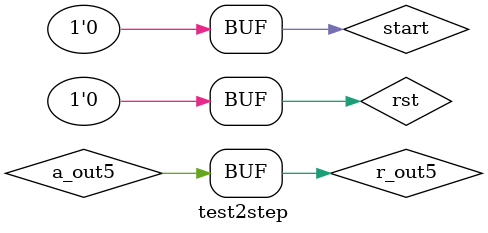
<source format=v>
module test2step;
    reg start, rst;
    wire r_in1, a_out1, a_in1, r_out1, f1;
    wire r_in2, a_out2, a_in2, r_out2, f2;
    wire r_in3, a_out3, a_in3, r_out3, f3;
    wire r_in4, a_out4, a_in4, r_out4, f4;
    wire r_in5, a_out5, a_in5, r_out5, f5;

    q_2step stage1(start, rst, r_in1, a_out1, a_in1, r_out1, f1);
    q_2step stage2(start, rst, r_in2, a_out2, a_in2, r_out2, f2);
    q_2step stage3(start, rst, r_in3, a_out3, a_in3, r_out3, f3);
    q_2step stage4(start, rst, r_in4, a_out4, a_in4, r_out4, f4);
    q_2step stage5(start, rst, r_in5, a_out5, a_in5, r_out5, f5);

    buf
        (r_in2, r_out1),
        (a_out1, a_in2),
        (r_in3, r_out2),
        (a_out2, a_in3),
        (r_in4, r_out3),
        (a_out3, a_in4),
        (r_in5, r_out4),
        (a_out4, a_in5);
    buf
    #10 (a_out5, r_out5);
    not
    #10 (r_in1, a_in1);

    initial
        begin 
            $dumpfile("test2step.vcd");
            $dumpvars(0,test2step);
            #0      start=1; rst=1;
            #20     start=0; rst=1;
            #20     start=0; rst=0;
        end

endmodule // testqstage

</source>
